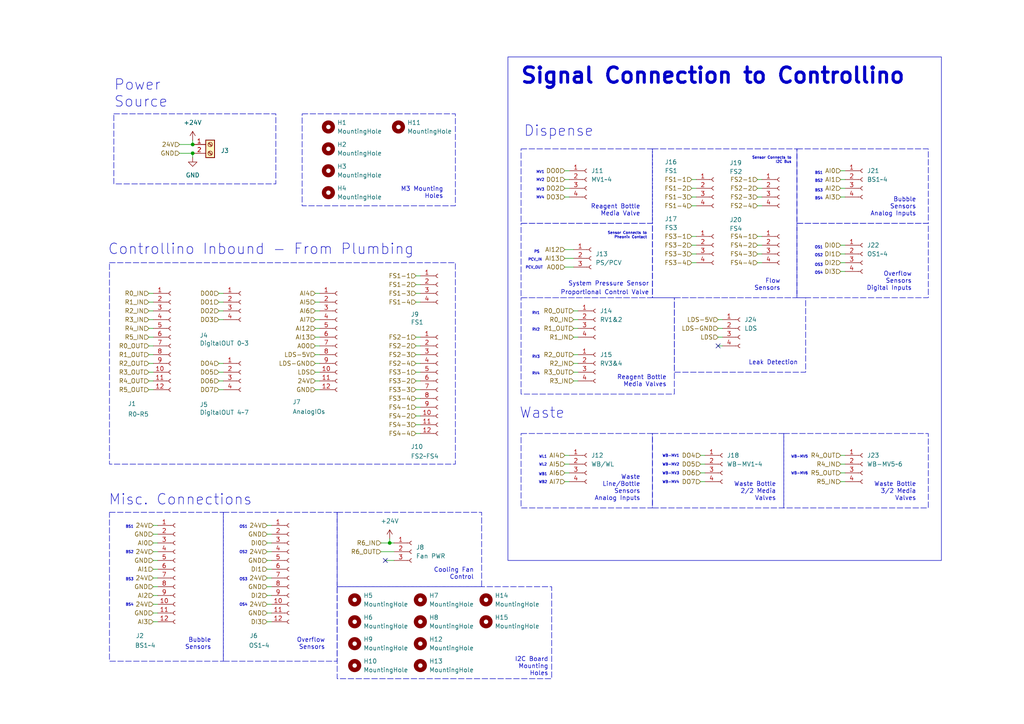
<source format=kicad_sch>
(kicad_sch (version 20250114) (generator "eeschema") (generator_version "9.0")
  (paper "A4")
  (lib_symbols
    (symbol "Connector:Conn_01x03_Socket" (pin_names (offset 1.016) (hide yes))
      (property "Reference" "J" (at 0 5.08 0))
      (property "Value" "Conn_01x03_Socket" (at 0 -5.08 0))
      (symbol "Conn_01x03_Socket_1_1"
        (polyline (pts (xy -1.27 2.54) (xy -0.508 2.54)) (stroke (width 0.1524)))
        (polyline (pts (xy -1.27 0) (xy -0.508 0)) (stroke (width 0.1524)))
        (polyline (pts (xy -1.27 -2.54) (xy -0.508 -2.54)) (stroke (width 0.1524)))
        (arc (start 0 2.032) (mid -0.5058 2.54) (end 0 3.048) (stroke (width 0.1524)))
        (arc (start 0 -0.508) (mid -0.5058 0) (end 0 0.508) (stroke (width 0.1524)))
        (arc (start 0 -3.048) (mid -0.5058 -2.54) (end 0 -2.032) (stroke (width 0.1524)))
        (pin passive line (at -5.08 2.54 0) (length 3.81) (name "Pin_1") (number "1"))
        (pin passive line (at -5.08 0 0) (length 3.81) (name "Pin_2") (number "2"))
        (pin passive line (at -5.08 -2.54 0) (length 3.81) (name "Pin_3") (number "3"))
      )
    )
    (symbol "Connector:Conn_01x04_Socket" (pin_names (offset 1.016) (hide yes))
      (property "Reference" "J" (at 0 5.08 0))
      (property "Value" "Conn_01x04_Socket" (at 0 -7.62 0))
      (symbol "Conn_01x04_Socket_1_1"
        (polyline (pts (xy -1.27 2.54) (xy -0.508 2.54)) (stroke (width 0.1524)))
        (polyline (pts (xy -1.27 0) (xy -0.508 0)) (stroke (width 0.1524)))
        (polyline (pts (xy -1.27 -2.54) (xy -0.508 -2.54)) (stroke (width 0.1524)))
        (polyline (pts (xy -1.27 -5.08) (xy -0.508 -5.08)) (stroke (width 0.1524)))
        (arc (start 0 2.032) (mid -0.5058 2.54) (end 0 3.048) (stroke (width 0.1524)))
        (arc (start 0 -0.508) (mid -0.5058 0) (end 0 0.508) (stroke (width 0.1524)))
        (arc (start 0 -3.048) (mid -0.5058 -2.54) (end 0 -2.032) (stroke (width 0.1524)))
        (arc (start 0 -5.588) (mid -0.5058 -5.08) (end 0 -4.572) (stroke (width 0.1524)))
        (pin passive line (at -5.08 2.54 0) (length 3.81) (name "Pin_1") (number "1"))
        (pin passive line (at -5.08 0 0) (length 3.81) (name "Pin_2") (number "2"))
        (pin passive line (at -5.08 -2.54 0) (length 3.81) (name "Pin_3") (number "3"))
        (pin passive line (at -5.08 -5.08 0) (length 3.81) (name "Pin_4") (number "4"))
      )
    )
    (symbol "Connector:Conn_01x12_Socket" (pin_names (offset 1.016) (hide yes))
      (property "Reference" "J" (at 0 15.24 0))
      (property "Value" "Conn_01x12_Socket" (at 0 -17.78 0))
      (symbol "Conn_01x12_Socket_1_1"
        (polyline (pts (xy -1.27 12.7) (xy -0.508 12.7)) (stroke (width 0.1524)))
        (polyline (pts (xy -1.27 10.16) (xy -0.508 10.16)) (stroke (width 0.1524)))
        (polyline (pts (xy -1.27 7.62) (xy -0.508 7.62)) (stroke (width 0.1524)))
        (polyline (pts (xy -1.27 5.08) (xy -0.508 5.08)) (stroke (width 0.1524)))
        (polyline (pts (xy -1.27 2.54) (xy -0.508 2.54)) (stroke (width 0.1524)))
        (polyline (pts (xy -1.27 0) (xy -0.508 0)) (stroke (width 0.1524)))
        (polyline (pts (xy -1.27 -2.54) (xy -0.508 -2.54)) (stroke (width 0.1524)))
        (polyline (pts (xy -1.27 -5.08) (xy -0.508 -5.08)) (stroke (width 0.1524)))
        (polyline (pts (xy -1.27 -7.62) (xy -0.508 -7.62)) (stroke (width 0.1524)))
        (polyline (pts (xy -1.27 -10.16) (xy -0.508 -10.16)) (stroke (width 0.1524)))
        (polyline (pts (xy -1.27 -12.7) (xy -0.508 -12.7)) (stroke (width 0.1524)))
        (polyline (pts (xy -1.27 -15.24) (xy -0.508 -15.24)) (stroke (width 0.1524)))
        (arc (start 0 12.192) (mid -0.5058 12.7) (end 0 13.208) (stroke (width 0.1524)))
        (arc (start 0 9.652) (mid -0.5058 10.16) (end 0 10.668) (stroke (width 0.1524)))
        (arc (start 0 7.112) (mid -0.5058 7.62) (end 0 8.128) (stroke (width 0.1524)))
        (arc (start 0 4.572) (mid -0.5058 5.08) (end 0 5.588) (stroke (width 0.1524)))
        (arc (start 0 2.032) (mid -0.5058 2.54) (end 0 3.048) (stroke (width 0.1524)))
        (arc (start 0 -0.508) (mid -0.5058 0) (end 0 0.508) (stroke (width 0.1524)))
        (arc (start 0 -3.048) (mid -0.5058 -2.54) (end 0 -2.032) (stroke (width 0.1524)))
        (arc (start 0 -5.588) (mid -0.5058 -5.08) (end 0 -4.572) (stroke (width 0.1524)))
        (arc (start 0 -8.128) (mid -0.5058 -7.62) (end 0 -7.112) (stroke (width 0.1524)))
        (arc (start 0 -10.668) (mid -0.5058 -10.16) (end 0 -9.652) (stroke (width 0.1524)))
        (arc (start 0 -13.208) (mid -0.5058 -12.7) (end 0 -12.192) (stroke (width 0.1524)))
        (arc (start 0 -15.748) (mid -0.5058 -15.24) (end 0 -14.732) (stroke (width 0.1524)))
        (pin passive line (at -5.08 12.7 0) (length 3.81) (name "Pin_1") (number "1"))
        (pin passive line (at -5.08 10.16 0) (length 3.81) (name "Pin_2") (number "2"))
        (pin passive line (at -5.08 7.62 0) (length 3.81) (name "Pin_3") (number "3"))
        (pin passive line (at -5.08 5.08 0) (length 3.81) (name "Pin_4") (number "4"))
        (pin passive line (at -5.08 2.54 0) (length 3.81) (name "Pin_5") (number "5"))
        (pin passive line (at -5.08 0 0) (length 3.81) (name "Pin_6") (number "6"))
        (pin passive line (at -5.08 -2.54 0) (length 3.81) (name "Pin_7") (number "7"))
        (pin passive line (at -5.08 -5.08 0) (length 3.81) (name "Pin_8") (number "8"))
        (pin passive line (at -5.08 -7.62 0) (length 3.81) (name "Pin_9") (number "9"))
        (pin passive line (at -5.08 -10.16 0) (length 3.81) (name "Pin_10") (number "10"))
        (pin passive line (at -5.08 -12.7 0) (length 3.81) (name "Pin_11") (number "11"))
        (pin passive line (at -5.08 -15.24 0) (length 3.81) (name "Pin_12") (number "12"))
      )
    )
    (symbol "Connector:Screw_Terminal_01x02" (pin_names (offset 1.016) (hide yes))
      (property "Reference" "J" (at 0 2.54 0))
      (property "Value" "Screw_Terminal_01x02" (at 0 -5.08 0))
      (symbol "Screw_Terminal_01x02_1_1"
        (rectangle (start -1.27 1.27) (end 1.27 -3.81) (stroke (width 0.254)) (fill (type background)))
        (polyline (pts (xy -0.5334 0.3302) (xy 0.3302 -0.508)) (stroke (width 0.1524)))
        (polyline (pts (xy -0.5334 -2.2098) (xy 0.3302 -3.048)) (stroke (width 0.1524)))
        (polyline (pts (xy -0.3556 0.508) (xy 0.508 -0.3302)) (stroke (width 0.1524)))
        (polyline (pts (xy -0.3556 -2.032) (xy 0.508 -2.8702)) (stroke (width 0.1524)))
        (circle (center 0 0) (radius 0.635) (stroke (width 0.1524)))
        (circle (center 0 -2.54) (radius 0.635) (stroke (width 0.1524)))
        (pin passive line (at -5.08 0 0) (length 3.81) (name "Pin_1") (number "1"))
        (pin passive line (at -5.08 -2.54 0) (length 3.81) (name "Pin_2") (number "2"))
      )
    )
    (symbol "Mechanical:MountingHole" (pin_names (offset 1.016)) (in_bom no)
      (property "Reference" "H" (at 0 5.08 0))
      (property "Value" "MountingHole" (at 0 3.175 0))
      (symbol "MountingHole_0_1"
        (circle (center 0 0) (radius 1.27) (stroke (width 1.27)))
      )
    )
    (symbol "power:+24V" (power) (pin_numbers (hide yes)) (pin_names (offset 0) (hide yes))
      (property "Value" "+24V" (at 0 3.556 0))
      (symbol "+24V_0_1"
        (polyline (pts (xy -0.762 1.27) (xy 0 2.54)))
        (polyline (pts (xy 0 2.54) (xy 0.762 1.27)))
        (polyline (pts (xy 0 0) (xy 0 2.54)))
      )
      (symbol "+24V_1_1"
        (pin power_in line (at 0 0 90) (length 0) (name "~") (number "1"))
      )
    )
    (symbol "power:GND" (power) (pin_numbers (hide yes)) (pin_names (offset 0) (hide yes))
      (property "Value" "GND" (at 0 -3.81 0))
      (symbol "GND_0_1"
        (polyline (pts (xy 0 0) (xy 0 -1.27) (xy 1.27 -1.27) (xy 0 -2.54) (xy -1.27 -1.27) (xy 0 -1.27)))
      )
      (symbol "GND_1_1"
        (pin power_in line (at 0 0 270) (length 0) (name "~") (number "1"))
      )
    )
  )
  (rectangle (start 151.13 43.18) (end 189.23 64.77) (stroke (width 0) (type dash)))
  (rectangle (start 147.32 16.51) (end 273.05 162.56))
  (rectangle (start 151.13 125.73) (end 189.23 147.32) (stroke (width 0) (type dash)))
  (rectangle (start 31.75 76.2) (end 132.08 134.62) (stroke (width 0) (type dash)))
  (rectangle (start 151.13 64.77) (end 189.23 86.36) (stroke (width 0) (type dash)))
  (rectangle (start 189.23 125.73) (end 227.33 147.32) (stroke (width 0) (type dash)))
  (rectangle (start 195.58 86.36) (end 233.68 107.95) (stroke (width 0) (type dash)))
  (rectangle (start 97.79 170.18) (end 160.02 196.85) (stroke (width 0) (type dash)))
  (rectangle (start 97.79 148.59) (end 139.7 170.18) (stroke (width 0) (type dash)))
  (rectangle (start 31.75 148.59) (end 64.77 191.77) (stroke (width 0) (type dash)))
  (rectangle (start 87.63 33.02) (end 132.08 59.69) (stroke (width 0) (type dash)))
  (rectangle (start 231.14 43.18) (end 269.24 64.77) (stroke (width 0) (type dash)))
  (rectangle (start 231.14 64.77) (end 269.24 86.36) (stroke (width 0) (type dash)))
  (rectangle (start 189.23 43.18) (end 231.14 86.36) (stroke (width 0) (type dash)))
  (rectangle (start 151.13 86.36) (end 195.58 114.3) (stroke (width 0) (type dash)))
  (rectangle (start 64.77 148.59) (end 97.79 191.77) (stroke (width 0) (type dash)))
  (rectangle (start 227.33 125.73) (end 269.24 147.32) (stroke (width 0) (type dash)))
  (rectangle (start 33.02 33.02) (end 80.01 53.34) (stroke (width 0) (type dash)))
  (text "PCV_OUT" (at 154.94 77.724 0) (effects (font (size 0.762 0.762))))
  (text "Dispense" (at 162.052 38.1 0) (effects (font (size 3.048 3.048))))
  (text "WB-MV5" (at 231.902 132.588 0) (effects (font (size 0.762 0.762))))
  (text "Waste" (at 157.226 119.888 0) (effects (font (size 3.048 3.048))))
  (text "WB-MV6" (at 231.902 137.414 0) (effects (font (size 0.762 0.762))))
  (text "BS3" (at 37.592 168.148 0) (effects (font (size 0.762 0.762))))
  (text "BS3" (at 237.49 55.372 0) (effects (font (size 0.762 0.762))))
  (text "OS2" (at 70.612 160.274 0) (effects (font (size 0.762 0.762))))
  (text "Sensor Connects to\nPheonix Contact" (at 187.706 68.326 0) (effects (font (size 0.762 0.762)) (justify right)))
  (text "RV3" (at 155.448 103.632 0) (effects (font (size 0.762 0.762))))
  (text "WB1" (at 157.48 137.668 0) (effects (font (size 0.762 0.762))))
  (text "Misc. Connections" (at 52.324 145.034 0) (effects (font (size 3.048 3.048))))
  (text "WB-MV3" (at 194.564 137.414 0) (effects (font (size 0.762 0.762))))
  (text "Controllino Inbound - From Plumbing\n" (at 75.692 72.39 0) (effects (font (size 3.048 3.048))))
  (text "WL1" (at 157.48 132.588 0) (effects (font (size 0.762 0.762))))
  (text "RV4" (at 155.448 108.458 0) (effects (font (size 0.762 0.762))))
  (text "PCV_IN" (at 155.194 75.438 0) (effects (font (size 0.762 0.762))))
  (text "OS3" (at 237.49 76.962 0) (effects (font (size 0.762 0.762))))
  (text "OS1" (at 237.49 71.882 0) (effects (font (size 0.762 0.762))))
  (text "BS4" (at 37.592 175.514 0) (effects (font (size 0.762 0.762))))
  (text "MV1" (at 156.718 50.038 0) (effects (font (size 0.762 0.762))))
  (text "MV2" (at 156.718 52.324 0) (effects (font (size 0.762 0.762))))
  (text "WB-MV1" (at 194.564 132.334 0) (effects (font (size 0.762 0.762))))
  (text "BS4" (at 237.49 57.658 0) (effects (font (size 0.762 0.762))))
  (text "BS1" (at 37.592 152.908 0) (effects (font (size 0.762 0.762))))
  (text "MV4" (at 156.718 57.404 0) (effects (font (size 0.762 0.762))))
  (text "BS2" (at 37.592 160.274 0) (effects (font (size 0.762 0.762))))
  (text "WB-MV4" (at 194.564 139.954 0) (effects (font (size 0.762 0.762))))
  (text "RV2" (at 155.448 95.758 0) (effects (font (size 0.762 0.762))))
  (text "BS1" (at 237.49 50.292 0) (effects (font (size 0.762 0.762))))
  (text "OS3" (at 70.612 168.148 0) (effects (font (size 0.762 0.762))))
  (text "Power\nSource" (at 33.02 27.178 0) (effects (font (size 3.048 3.048)) (justify left)))
  (text "WB2" (at 157.48 139.954 0) (effects (font (size 0.762 0.762))))
  (text "MV3" (at 156.718 55.118 0) (effects (font (size 0.762 0.762))))
  (text "OS4" (at 237.49 79.248 0) (effects (font (size 0.762 0.762))))
  (text "OS1" (at 70.612 152.908 0) (effects (font (size 0.762 0.762))))
  (text "WB-MV2" (at 194.564 134.874 0) (effects (font (size 0.762 0.762))))
  (text "Signal Connection to Controllino" (at 206.756 22.098 0) (effects (font (size 4.445 4.445) (thickness 0.889) (bold yes))))
  (text "OS4" (at 70.612 175.514 0) (effects (font (size 0.762 0.762))))
  (text "PS" (at 155.702 73.152 0) (effects (font (size 0.762 0.762))))
  (text "OS2" (at 237.49 74.168 0) (effects (font (size 0.762 0.762))))
  (text "WL2" (at 157.48 134.874 0) (effects (font (size 0.762 0.762))))
  (text "RV1" (at 155.448 90.932 0) (effects (font (size 0.762 0.762))))
  (text "BS2" (at 237.49 52.578 0) (effects (font (size 0.762 0.762))))
  (text "Sensor Connects to\nI2C Bus" (at 229.616 46.482 0) (effects (font (size 0.762 0.762)) (justify right)))
  (text_box "M3 Mounting Holes" (at 113.03 50.8 0) (size 16.51 7.62) (margins 0.9525 0.9525 0.9525 0.9525) (stroke (width -0.0001)) (effects (font (size 1.27 1.27)) (justify right bottom)))
  (text_box "Waste Bottle\n2/2 Media Valves" (at 209.55 138.43 0) (size 16.51 7.62) (margins 0.9525 0.9525 0.9525 0.9525) (stroke (width -0.0001)) (effects (font (size 1.27 1.27)) (justify right bottom)))
  (text_box "Overflow Sensors" (at 78.74 181.61 0) (size 16.51 7.62) (margins 0.9525 0.9525 0.9525 0.9525) (stroke (width -0.0001)) (effects (font (size 1.27 1.27)) (justify right bottom)))
  (text_box "Flow\nSensors" (at 210.82 77.47 0) (size 16.51 7.62) (margins 0.9525 0.9525 0.9525 0.9525) (stroke (width -0.0001)) (effects (font (size 1.27 1.27)) (justify right bottom)))
  (text_box "Cooling Fan Control" (at 121.92 163.83 0) (size 16.51 5.08) (margins 0.9525 0.9525 0.9525 0.9525) (stroke (width -0.0001)) (effects (font (size 1.27 1.27)) (justify right bottom)))
  (text_box "Bubble\nSensors\nAnalog Inputs" (at 250.19 55.88 0) (size 16.51 7.62) (margins 0.9525 0.9525 0.9525 0.9525) (stroke (width -0.0001)) (effects (font (size 1.27 1.27)) (justify right bottom)))
  (text_box "Bubble\nSensors" (at 45.72 181.61 0) (size 16.51 7.62) (margins 0.9525 0.9525 0.9525 0.9525) (stroke (width -0.0001)) (effects (font (size 1.27 1.27)) (justify right bottom)))
  (text_box "Waste Line/Bottle Sensors Analog Inputs" (at 170.18 138.43 0) (size 16.51 7.62) (margins 0.9525 0.9525 0.9525 0.9525) (stroke (width -0.0001)) (effects (font (size 1.27 1.27)) (justify right bottom)))
  (text_box "Waste Bottle\n3/2 Media Valves" (at 250.19 138.43 0) (size 16.51 7.62) (margins 0.9525 0.9525 0.9525 0.9525) (stroke (width -0.0001)) (effects (font (size 1.27 1.27)) (justify right bottom)))
  (text_box "Proportional Control Valve" (at 156.21 81.28 0) (size 33.02 5.08) (margins 0.9525 0.9525 0.9525 0.9525) (stroke (width -0.0001)) (effects (font (size 1.27 1.27)) (justify right bottom)))
  (text_box "Overflow\nSensors\nDigital Inputs" (at 248.92 77.47 0) (size 16.51 7.62) (margins 0.9525 0.9525 0.9525 0.9525) (stroke (width -0.0001)) (effects (font (size 1.27 1.27)) (justify right bottom)))
  (text_box "I2C Board Mounting Holes" (at 143.51 189.23 0) (size 16.51 7.62) (margins 0.9525 0.9525 0.9525 0.9525) (stroke (width -0.0001)) (effects (font (size 1.27 1.27)) (justify right bottom)))
  (text_box "System Pressure Sensor" (at 156.21 78.74 0) (size 33.02 5.08) (margins 0.9525 0.9525 0.9525 0.9525) (stroke (width -0.0001)) (effects (font (size 1.27 1.27)) (justify right bottom)))
  (text_box "Reagent Bottle\nMedia Valve" (at 168.91 57.15 0) (size 17.78 6.35) (margins 0.9525 0.9525 0.9525 0.9525) (stroke (width -0.0001)) (effects (font (size 1.27 1.27)) (justify right bottom)))
  (text_box "Leak Detection" (at 215.9 99.06 0) (size 16.51 7.62) (margins 0.9525 0.9525 0.9525 0.9525) (stroke (width -0.0001)) (effects (font (size 1.27 1.27)) (justify right bottom)))
  (text_box "Reagent Bottle\nMedia Valves" (at 177.8 105.41 0) (size 16.51 7.62) (margins 0.9525 0.9525 0.9525 0.9525) (stroke (width -0.0001)) (effects (font (size 1.27 1.27)) (justify right bottom)))
  (junction (at 55.88 41.91))
  (junction (at 55.88 44.45))
  (junction (at 113.03 157.48))
  (no_connect (at 111.76 162.56))
  (no_connect (at 208.28 100.33))
  (wire (pts (xy 166.37 105.41) (xy 167.64 105.41)))
  (wire (pts (xy 91.44 105.41) (xy 92.71 105.41)))
  (wire (pts (xy 52.07 41.91) (xy 55.88 41.91)))
  (wire (pts (xy 44.45 180.34) (xy 45.72 180.34)))
  (wire (pts (xy 243.84 134.62) (xy 245.11 134.62)))
  (wire (pts (xy 200.66 52.07) (xy 201.93 52.07)))
  (wire (pts (xy 219.71 57.15) (xy 220.98 57.15)))
  (wire (pts (xy 120.65 85.09) (xy 121.92 85.09)))
  (wire (pts (xy 63.5 87.63) (xy 64.77 87.63)))
  (wire (pts (xy 44.45 167.64) (xy 45.72 167.64)))
  (wire (pts (xy 43.18 95.25) (xy 44.45 95.25)))
  (wire (pts (xy 63.5 105.41) (xy 64.77 105.41)))
  (wire (pts (xy 77.47 154.94) (xy 78.74 154.94)))
  (wire (pts (xy 203.2 139.7) (xy 204.47 139.7)))
  (wire (pts (xy 166.37 102.87) (xy 167.64 102.87)))
  (wire (pts (xy 91.44 90.17) (xy 92.71 90.17)))
  (wire (pts (xy 44.45 154.94) (xy 45.72 154.94)))
  (wire (pts (xy 44.45 152.4) (xy 45.72 152.4)))
  (wire (pts (xy 163.83 72.39) (xy 166.37 72.39)))
  (wire (pts (xy 166.37 107.95) (xy 167.64 107.95)))
  (wire (pts (xy 163.83 137.16) (xy 165.1 137.16)))
  (wire (pts (xy 208.28 92.71) (xy 209.55 92.71)))
  (wire (pts (xy 208.28 97.79) (xy 209.55 97.79)))
  (wire (pts (xy 113.03 156.21) (xy 113.03 157.48)))
  (wire (pts (xy 166.37 95.25) (xy 167.64 95.25)))
  (wire (pts (xy 91.44 110.49) (xy 92.71 110.49)))
  (wire (pts (xy 120.65 102.87) (xy 121.92 102.87)))
  (wire (pts (xy 200.66 76.2) (xy 201.93 76.2)))
  (wire (pts (xy 91.44 87.63) (xy 92.71 87.63)))
  (wire (pts (xy 219.71 59.69) (xy 220.98 59.69)))
  (wire (pts (xy 113.03 157.48) (xy 114.3 157.48)))
  (wire (pts (xy 55.88 40.64) (xy 55.88 41.91)))
  (wire (pts (xy 77.47 172.72) (xy 78.74 172.72)))
  (wire (pts (xy 110.49 160.02) (xy 114.3 160.02)))
  (wire (pts (xy 200.66 59.69) (xy 201.93 59.69)))
  (wire (pts (xy 219.71 54.61) (xy 220.98 54.61)))
  (wire (pts (xy 111.76 162.56) (xy 114.3 162.56)))
  (wire (pts (xy 120.65 105.41) (xy 121.92 105.41)))
  (wire (pts (xy 91.44 113.03) (xy 92.71 113.03)))
  (wire (pts (xy 77.47 167.64) (xy 78.74 167.64)))
  (wire (pts (xy 243.84 78.74) (xy 245.11 78.74)))
  (wire (pts (xy 243.84 54.61) (xy 245.11 54.61)))
  (wire (pts (xy 166.37 92.71) (xy 167.64 92.71)))
  (wire (pts (xy 43.18 85.09) (xy 44.45 85.09)))
  (wire (pts (xy 200.66 68.58) (xy 201.93 68.58)))
  (wire (pts (xy 166.37 97.79) (xy 167.64 97.79)))
  (wire (pts (xy 120.65 87.63) (xy 121.92 87.63)))
  (wire (pts (xy 219.71 73.66) (xy 220.98 73.66)))
  (wire (pts (xy 120.65 107.95) (xy 121.92 107.95)))
  (wire (pts (xy 166.37 90.17) (xy 167.64 90.17)))
  (wire (pts (xy 120.65 82.55) (xy 121.92 82.55)))
  (wire (pts (xy 77.47 162.56) (xy 78.74 162.56)))
  (wire (pts (xy 120.65 118.11) (xy 121.92 118.11)))
  (wire (pts (xy 243.84 71.12) (xy 245.11 71.12)))
  (wire (pts (xy 91.44 92.71) (xy 92.71 92.71)))
  (wire (pts (xy 163.83 57.15) (xy 165.1 57.15)))
  (wire (pts (xy 120.65 125.73) (xy 121.92 125.73)))
  (wire (pts (xy 163.83 139.7) (xy 165.1 139.7)))
  (wire (pts (xy 63.5 85.09) (xy 64.77 85.09)))
  (wire (pts (xy 44.45 162.56) (xy 45.72 162.56)))
  (wire (pts (xy 43.18 87.63) (xy 44.45 87.63)))
  (wire (pts (xy 44.45 175.26) (xy 45.72 175.26)))
  (wire (pts (xy 63.5 110.49) (xy 64.77 110.49)))
  (wire (pts (xy 43.18 105.41) (xy 44.45 105.41)))
  (wire (pts (xy 243.84 132.08) (xy 245.11 132.08)))
  (wire (pts (xy 120.65 100.33) (xy 121.92 100.33)))
  (wire (pts (xy 63.5 107.95) (xy 64.77 107.95)))
  (wire (pts (xy 43.18 102.87) (xy 44.45 102.87)))
  (wire (pts (xy 77.47 165.1) (xy 78.74 165.1)))
  (wire (pts (xy 77.47 152.4) (xy 78.74 152.4)))
  (wire (pts (xy 163.83 54.61) (xy 165.1 54.61)))
  (wire (pts (xy 77.47 170.18) (xy 78.74 170.18)))
  (wire (pts (xy 243.84 137.16) (xy 245.11 137.16)))
  (wire (pts (xy 243.84 52.07) (xy 245.11 52.07)))
  (wire (pts (xy 120.65 120.65) (xy 121.92 120.65)))
  (wire (pts (xy 91.44 102.87) (xy 92.71 102.87)))
  (wire (pts (xy 219.71 76.2) (xy 220.98 76.2)))
  (wire (pts (xy 200.66 57.15) (xy 201.93 57.15)))
  (wire (pts (xy 77.47 160.02) (xy 78.74 160.02)))
  (wire (pts (xy 120.65 113.03) (xy 121.92 113.03)))
  (wire (pts (xy 44.45 165.1) (xy 45.72 165.1)))
  (wire (pts (xy 166.37 110.49) (xy 167.64 110.49)))
  (wire (pts (xy 43.18 113.03) (xy 44.45 113.03)))
  (wire (pts (xy 63.5 90.17) (xy 64.77 90.17)))
  (wire (pts (xy 91.44 85.09) (xy 92.71 85.09)))
  (wire (pts (xy 52.07 44.45) (xy 55.88 44.45)))
  (wire (pts (xy 120.65 97.79) (xy 121.92 97.79)))
  (wire (pts (xy 77.47 177.8) (xy 78.74 177.8)))
  (wire (pts (xy 77.47 157.48) (xy 78.74 157.48)))
  (wire (pts (xy 44.45 177.8) (xy 45.72 177.8)))
  (wire (pts (xy 44.45 160.02) (xy 45.72 160.02)))
  (wire (pts (xy 203.2 137.16) (xy 204.47 137.16)))
  (wire (pts (xy 200.66 54.61) (xy 201.93 54.61)))
  (wire (pts (xy 91.44 97.79) (xy 92.71 97.79)))
  (wire (pts (xy 163.83 74.93) (xy 166.37 74.93)))
  (wire (pts (xy 200.66 71.12) (xy 201.93 71.12)))
  (wire (pts (xy 243.84 139.7) (xy 245.11 139.7)))
  (wire (pts (xy 243.84 49.53) (xy 245.11 49.53)))
  (wire (pts (xy 120.65 110.49) (xy 121.92 110.49)))
  (wire (pts (xy 163.83 134.62) (xy 165.1 134.62)))
  (wire (pts (xy 43.18 97.79) (xy 44.45 97.79)))
  (wire (pts (xy 77.47 180.34) (xy 78.74 180.34)))
  (wire (pts (xy 120.65 115.57) (xy 121.92 115.57)))
  (wire (pts (xy 200.66 73.66) (xy 201.93 73.66)))
  (wire (pts (xy 43.18 110.49) (xy 44.45 110.49)))
  (wire (pts (xy 43.18 92.71) (xy 44.45 92.71)))
  (wire (pts (xy 91.44 100.33) (xy 92.71 100.33)))
  (wire (pts (xy 219.71 71.12) (xy 220.98 71.12)))
  (wire (pts (xy 163.83 52.07) (xy 165.1 52.07)))
  (wire (pts (xy 77.47 175.26) (xy 78.74 175.26)))
  (wire (pts (xy 203.2 134.62) (xy 204.47 134.62)))
  (wire (pts (xy 243.84 73.66) (xy 245.11 73.66)))
  (wire (pts (xy 91.44 95.25) (xy 92.71 95.25)))
  (wire (pts (xy 208.28 95.25) (xy 209.55 95.25)))
  (wire (pts (xy 43.18 100.33) (xy 44.45 100.33)))
  (wire (pts (xy 120.65 123.19) (xy 121.92 123.19)))
  (wire (pts (xy 219.71 52.07) (xy 220.98 52.07)))
  (wire (pts (xy 43.18 90.17) (xy 44.45 90.17)))
  (wire (pts (xy 63.5 92.71) (xy 64.77 92.71)))
  (wire (pts (xy 203.2 132.08) (xy 204.47 132.08)))
  (wire (pts (xy 44.45 170.18) (xy 45.72 170.18)))
  (wire (pts (xy 91.44 107.95) (xy 92.71 107.95)))
  (wire (pts (xy 163.83 77.47) (xy 166.37 77.47)))
  (wire (pts (xy 55.88 44.45) (xy 55.88 45.72)))
  (wire (pts (xy 208.28 100.33) (xy 209.55 100.33)))
  (wire (pts (xy 163.83 132.08) (xy 165.1 132.08)))
  (wire (pts (xy 44.45 157.48) (xy 45.72 157.48)))
  (wire (pts (xy 44.45 172.72) (xy 45.72 172.72)))
  (wire (pts (xy 43.18 107.95) (xy 44.45 107.95)))
  (wire (pts (xy 243.84 76.2) (xy 245.11 76.2)))
  (wire (pts (xy 110.49 157.48) (xy 113.03 157.48)))
  (wire (pts (xy 219.71 68.58) (xy 220.98 68.58)))
  (wire (pts (xy 163.83 49.53) (xy 165.1 49.53)))
  (wire (pts (xy 63.5 113.03) (xy 64.77 113.03)))
  (wire (pts (xy 120.65 80.01) (xy 121.92 80.01)))
  (wire (pts (xy 243.84 57.15) (xy 245.11 57.15)))
  (hierarchical_label "AI12" (shape input) (at 163.83 72.39 180))
  (hierarchical_label "R5_IN" (shape input) (at 43.18 97.79 180))
  (hierarchical_label "AI5" (shape input) (at 163.83 134.62 180))
  (hierarchical_label "R3_OUT" (shape input) (at 43.18 107.95 180))
  (hierarchical_label "DI0" (shape input) (at 243.84 71.12 180))
  (hierarchical_label "AI13" (shape input) (at 91.44 97.79 180))
  (hierarchical_label "R1_IN" (shape input) (at 43.18 87.63 180))
  (hierarchical_label "AI12" (shape input) (at 91.44 95.25 180))
  (hierarchical_label "FS4-4" (shape input) (at 120.65 125.73 180))
  (hierarchical_label "AI13" (shape input) (at 163.83 74.93 180))
  (hierarchical_label "24V" (shape input) (at 77.47 175.26 180))
  (hierarchical_label "24V" (shape input) (at 91.44 110.49 180))
  (hierarchical_label "R3_IN" (shape input) (at 43.18 92.71 180))
  (hierarchical_label "GND" (shape input) (at 77.47 162.56 180))
  (hierarchical_label "R2_IN" (shape input) (at 43.18 90.17 180))
  (hierarchical_label "DI1" (shape input) (at 77.47 165.1 180))
  (hierarchical_label "DO4" (shape input) (at 203.2 132.08 180))
  (hierarchical_label "FS2-2" (shape input) (at 120.65 100.33 180))
  (hierarchical_label "R5_IN" (shape input) (at 243.84 139.7 180))
  (hierarchical_label "R0_IN" (shape input) (at 166.37 92.71 180))
  (hierarchical_label "DI1" (shape input) (at 243.84 73.66 180))
  (hierarchical_label "GND" (shape input) (at 77.47 154.94 180))
  (hierarchical_label "24V" (shape input) (at 44.45 175.26 180))
  (hierarchical_label "R4_OUT" (shape input) (at 43.18 110.49 180))
  (hierarchical_label "DO3" (shape input) (at 163.83 57.15 180))
  (hierarchical_label "FS2-3" (shape input) (at 120.65 102.87 180))
  (hierarchical_label "R2_IN" (shape input) (at 166.37 105.41 180))
  (hierarchical_label "DI3" (shape input) (at 77.47 180.34 180))
  (hierarchical_label "DI2" (shape input) (at 77.47 172.72 180))
  (hierarchical_label "AI0" (shape input) (at 243.84 49.53 180))
  (hierarchical_label "R1_OUT" (shape input) (at 43.18 102.87 180))
  (hierarchical_label "AI0" (shape input) (at 44.45 157.48 180))
  (hierarchical_label "DO1" (shape input) (at 163.83 52.07 180))
  (hierarchical_label "AI3" (shape input) (at 243.84 57.15 180))
  (hierarchical_label "R5_OUT" (shape input) (at 243.84 137.16 180))
  (hierarchical_label "R6_OUT" (shape input) (at 110.49 160.02 180))
  (hierarchical_label "R3_IN" (shape input) (at 166.37 110.49 180))
  (hierarchical_label "FS4-1" (shape input) (at 120.65 118.11 180))
  (hierarchical_label "LDS" (shape input) (at 208.28 97.79 180))
  (hierarchical_label "24V" (shape input) (at 77.47 167.64 180))
  (hierarchical_label "AI1" (shape input) (at 44.45 165.1 180))
  (hierarchical_label "LDS-5V" (shape input) (at 208.28 92.71 180))
  (hierarchical_label "AO0" (shape input) (at 163.83 77.47 180))
  (hierarchical_label "FS2-4" (shape input) (at 120.65 105.41 180))
  (hierarchical_label "R5_OUT" (shape input) (at 43.18 113.03 180))
  (hierarchical_label "FS3-3" (shape input) (at 120.65 113.03 180))
  (hierarchical_label "DO2" (shape input) (at 63.5 90.17 180))
  (hierarchical_label "FS1-3" (shape input) (at 120.65 85.09 180))
  (hierarchical_label "R4_IN" (shape input) (at 43.18 95.25 180))
  (hierarchical_label "AI6" (shape input) (at 163.83 137.16 180))
  (hierarchical_label "AI7" (shape input) (at 163.83 139.7 180))
  (hierarchical_label "R2_OUT" (shape input) (at 166.37 102.87 180))
  (hierarchical_label "R1_OUT" (shape input) (at 166.37 95.25 180))
  (hierarchical_label "FS3-1" (shape input) (at 200.66 68.58 180))
  (hierarchical_label "GND" (shape input) (at 91.44 113.03 180))
  (hierarchical_label "24V" (shape input) (at 44.45 152.4 180))
  (hierarchical_label "FS2-1" (shape input) (at 120.65 97.79 180))
  (hierarchical_label "DI0" (shape input) (at 77.47 157.48 180))
  (hierarchical_label "DO6" (shape input) (at 63.5 110.49 180))
  (hierarchical_label "DI2" (shape input) (at 243.84 76.2 180))
  (hierarchical_label "AI6" (shape input) (at 91.44 90.17 180))
  (hierarchical_label "R6_IN" (shape input) (at 110.49 157.48 180))
  (hierarchical_label "GND" (shape input) (at 77.47 177.8 180))
  (hierarchical_label "FS4-3" (shape input) (at 120.65 123.19 180))
  (hierarchical_label "AI5" (shape input) (at 91.44 87.63 180))
  (hierarchical_label "GND" (shape input) (at 52.07 44.45 180))
  (hierarchical_label "GND" (shape input) (at 44.45 177.8 180))
  (hierarchical_label "R2_OUT" (shape input) (at 43.18 105.41 180))
  (hierarchical_label "LDS" (shape input) (at 91.44 107.95 180))
  (hierarchical_label "FS4-2" (shape input) (at 120.65 120.65 180))
  (hierarchical_label "FS4-3" (shape input) (at 219.71 73.66 180))
  (hierarchical_label "FS2-2" (shape input) (at 219.71 54.61 180))
  (hierarchical_label "DO4" (shape input) (at 63.5 105.41 180))
  (hierarchical_label "FS3-3" (shape input) (at 200.66 73.66 180))
  (hierarchical_label "24V" (shape input) (at 44.45 167.64 180))
  (hierarchical_label "AI2" (shape input) (at 44.45 172.72 180))
  (hierarchical_label "DO2" (shape input) (at 163.83 54.61 180))
  (hierarchical_label "GND" (shape input) (at 44.45 154.94 180))
  (hierarchical_label "AI4" (shape input) (at 163.83 132.08 180))
  (hierarchical_label "AI4" (shape input) (at 91.44 85.09 180))
  (hierarchical_label "LDS-GND" (shape input) (at 208.28 95.25 180))
  (hierarchical_label "GND" (shape input) (at 44.45 170.18 180))
  (hierarchical_label "DO7" (shape input) (at 63.5 113.03 180))
  (hierarchical_label "R4_IN" (shape input) (at 243.84 134.62 180))
  (hierarchical_label "FS3-4" (shape input) (at 120.65 115.57 180))
  (hierarchical_label "AI7" (shape input) (at 91.44 92.71 180))
  (hierarchical_label "LDS-GND" (shape input) (at 91.44 105.41 180))
  (hierarchical_label "R1_IN" (shape input) (at 166.37 97.79 180))
  (hierarchical_label "FS4-2" (shape input) (at 219.71 71.12 180))
  (hierarchical_label "DO7" (shape input) (at 203.2 139.7 180))
  (hierarchical_label "GND" (shape input) (at 77.47 170.18 180))
  (hierarchical_label "FS1-2" (shape input) (at 120.65 82.55 180))
  (hierarchical_label "FS2-1" (shape input) (at 219.71 52.07 180))
  (hierarchical_label "FS1-3" (shape input) (at 200.66 57.15 180))
  (hierarchical_label "FS3-2" (shape input) (at 120.65 110.49 180))
  (hierarchical_label "DO3" (shape input) (at 63.5 92.71 180))
  (hierarchical_label "FS4-4" (shape input) (at 219.71 76.2 180))
  (hierarchical_label "GND" (shape input) (at 44.45 162.56 180))
  (hierarchical_label "FS1-1" (shape input) (at 200.66 52.07 180))
  (hierarchical_label "R0_OUT" (shape input) (at 43.18 100.33 180))
  (hierarchical_label "FS3-4" (shape input) (at 200.66 76.2 180))
  (hierarchical_label "FS2-4" (shape input) (at 219.71 59.69 180))
  (hierarchical_label "DI3" (shape input) (at 243.84 78.74 180))
  (hierarchical_label "DO5" (shape input) (at 63.5 107.95 180))
  (hierarchical_label "AI3" (shape input) (at 44.45 180.34 180))
  (hierarchical_label "24V" (shape input) (at 44.45 160.02 180))
  (hierarchical_label "FS1-4" (shape input) (at 120.65 87.63 180))
  (hierarchical_label "LDS-5V" (shape input) (at 91.44 102.87 180))
  (hierarchical_label "FS2-3" (shape input) (at 219.71 57.15 180))
  (hierarchical_label "R0_OUT" (shape input) (at 166.37 90.17 180))
  (hierarchical_label "AO0" (shape input) (at 91.44 100.33 180))
  (hierarchical_label "FS3-1" (shape input) (at 120.65 107.95 180))
  (hierarchical_label "FS3-2" (shape input) (at 200.66 71.12 180))
  (hierarchical_label "DO0" (shape input) (at 163.83 49.53 180))
  (hierarchical_label "FS1-2" (shape input) (at 200.66 54.61 180))
  (hierarchical_label "AI1" (shape input) (at 243.84 52.07 180))
  (hierarchical_label "FS1-4" (shape input) (at 200.66 59.69 180))
  (hierarchical_label "FS1-1" (shape input) (at 120.65 80.01 180))
  (hierarchical_label "24V" (shape input) (at 77.47 160.02 180))
  (hierarchical_label "24V" (shape input) (at 77.47 152.4 180))
  (hierarchical_label "DO6" (shape input) (at 203.2 137.16 180))
  (hierarchical_label "R0_IN" (shape input) (at 43.18 85.09 180))
  (hierarchical_label "DO1" (shape input) (at 63.5 87.63 180))
  (hierarchical_label "AI2" (shape input) (at 243.84 54.61 180))
  (hierarchical_label "24V" (shape input) (at 52.07 41.91 180))
  (hierarchical_label "FS4-1" (shape input) (at 219.71 68.58 180))
  (hierarchical_label "DO0" (shape input) (at 63.5 85.09 180))
  (hierarchical_label "R3_OUT" (shape input) (at 166.37 107.95 180))
  (hierarchical_label "R4_OUT" (shape input) (at 243.84 132.08 180))
  (hierarchical_label "DO5" (shape input) (at 203.2 134.62 180))
  (symbol (lib_id "Connector:Conn_01x12_Socket") (at 83.82 165.1 0) (unit 1)
    (property "Reference" "J6" (at 72.39 184.404 0) (effects (justify left)))
    (property "Value" "OS1~4" (at 72.136 187.198 0) (effects (justify left)))
    (property "Footprint" "PartsLibrary:CONN_37212-62M3-003PL_3MM" (effects (hide yes)))
    (property "Datasheet" "https://www.digikey.com/en/products/detail/3m/37212-62M3-003PL/1632992" (effects (hide yes)))
    (property "Description" "CONN RCPT 12POS 0.079 GOLD PCB" (effects (hide yes)))
    (property "MPN" "37212-62M3-003PL " (effects (hide yes)))
    (property "Manufacturer" "3M" (effects (hide yes)))
  )
  (symbol (lib_id "Mechanical:MountingHole") (at 102.87 180.34 0) (unit 1) (in_bom no)
    (property "Reference" "H6" (at 105.41 179.0699 0) (effects (justify left)))
    (property "Value" "MountingHole" (at 105.41 181.6099 0) (effects (justify left)))
    (property "Footprint" "MountingHole:MountingHole_2.5mm" (effects (hide yes)))
    (property "Description" "Mounting Hole without connection" (effects (hide yes)))
  )
  (symbol (lib_id "Mechanical:MountingHole") (at 95.25 49.53 0) (unit 1) (in_bom no)
    (property "Reference" "H3" (at 97.79 48.2599 0) (effects (justify left)))
    (property "Value" "MountingHole" (at 97.79 50.7999 0) (effects (justify left)))
    (property "Footprint" "MountingHole:MountingHole_3.2mm_M3" (effects (hide yes)))
    (property "Description" "Mounting Hole without connection" (effects (hide yes)))
  )
  (symbol (lib_id "Mechanical:MountingHole") (at 115.57 36.83 0) (unit 1) (in_bom no)
    (property "Reference" "H11" (at 118.11 35.5599 0) (effects (justify left)))
    (property "Value" "MountingHole" (at 118.11 38.0999 0) (effects (justify left)))
    (property "Footprint" "MountingHole:MountingHole_3.2mm_M3" (effects (hide yes)))
    (property "Description" "Mounting Hole without connection" (effects (hide yes)))
  )
  (symbol (lib_id "power:GND") (at 55.88 45.72 0) (unit 1)
    (property "Reference" "#PWR02" (effects (hide yes)))
    (property "Value" "GND" (at 55.88 50.8 0))
    (property "Description" "Power symbol creates a global label with name \"GND\" , ground" (effects (hide yes)))
  )
  (symbol (lib_id "Connector:Conn_01x04_Socket") (at 214.63 95.25 0) (unit 1)
    (property "Reference" "J24" (at 215.9 92.71 0) (effects (justify left)))
    (property "Value" "LDS" (at 215.9 95.25 0) (effects (justify left)))
    (property "Footprint" "PartsLibrary:CONN_37204-62A3-004PL_3MM" (effects (hide yes)))
    (property "Datasheet" "https://www.digikey.com/en/products/detail/3m/37204-62A3-004PL/1642670?gad_source=1&gad_campaignid=120565755&gbraid=0AAAAADrbLlgST8MM7teC1_XRzEHPwC9TK&gclid=CjwKCAjwgb_CBhBMEiwA0p3oONiHu6nwJTm_ZwqulepAmgPW2KMjOTu2fKjs93rH9sOuJqpPoBx-0hoCrs0QAvD_BwE&gclsrc=aw.ds" (effects (hide yes)))
    (property "Description" "CONN RCPT 4POS 0.079 GOLD PCB" (effects (hide yes)))
    (property "MPN" "37204-62A3-004PL" (effects (hide yes)))
    (property "Manufacturer" "3M" (effects (hide yes)))
  )
  (symbol (lib_id "power:+24V") (at 113.03 156.21 0) (unit 1)
    (property "Reference" "#PWR03" (effects (hide yes)))
    (property "Value" "+24V" (at 113.03 151.13 0))
    (property "Description" "Power symbol creates a global label with name \"+24V\"" (effects (hide yes)))
  )
  (symbol (lib_id "Connector:Conn_01x04_Socket") (at 250.19 73.66 0) (unit 1)
    (property "Reference" "J22" (at 251.46 71.12 0) (effects (justify left)))
    (property "Value" "OS1~4" (at 251.46 73.66 0) (effects (justify left)))
    (property "Footprint" "PartsLibrary:CONN_37204-62A3-004PL_3MM" (effects (hide yes)))
    (property "Datasheet" "https://www.digikey.com/en/products/detail/3m/37204-62A3-004PL/1642670?gad_source=1&gad_campaignid=120565755&gbraid=0AAAAADrbLlgST8MM7teC1_XRzEHPwC9TK&gclid=CjwKCAjwgb_CBhBMEiwA0p3oONiHu6nwJTm_ZwqulepAmgPW2KMjOTu2fKjs93rH9sOuJqpPoBx-0hoCrs0QAvD_BwE&gclsrc=aw.ds" (effects (hide yes)))
    (property "Description" "CONN RCPT 4POS 0.079 GOLD PCB" (effects (hide yes)))
    (property "MPN" "37204-62A3-004PL" (effects (hide yes)))
    (property "Manufacturer" "3M" (effects (hide yes)))
  )
  (symbol (lib_id "Mechanical:MountingHole") (at 95.25 55.88 0) (unit 1) (in_bom no)
    (property "Reference" "H4" (at 97.79 54.6099 0) (effects (justify left)))
    (property "Value" "MountingHole" (at 97.79 57.1499 0) (effects (justify left)))
    (property "Footprint" "MountingHole:MountingHole_3.2mm_M3" (effects (hide yes)))
    (property "Description" "Mounting Hole without connection" (effects (hide yes)))
  )
  (symbol (lib_id "Mechanical:MountingHole") (at 95.25 36.83 0) (unit 1) (in_bom no)
    (property "Reference" "H1" (at 97.79 35.5599 0) (effects (justify left)))
    (property "Value" "MountingHole" (at 97.79 38.0999 0) (effects (justify left)))
    (property "Footprint" "MountingHole:MountingHole_3.2mm_M3" (effects (hide yes)))
    (property "Description" "Mounting Hole without connection" (effects (hide yes)))
  )
  (symbol (lib_id "Connector:Conn_01x12_Socket") (at 50.8 165.1 0) (unit 1)
    (property "Reference" "J2" (at 39.37 184.404 0) (effects (justify left)))
    (property "Value" "BS1~4" (at 39.116 187.198 0) (effects (justify left)))
    (property "Footprint" "PartsLibrary:CONN_37212-62M3-003PL_3MM" (effects (hide yes)))
    (property "Datasheet" "https://www.digikey.com/en/products/detail/3m/37212-62M3-003PL/1632992" (effects (hide yes)))
    (property "Description" "CONN RCPT 12POS 0.079 GOLD PCB" (effects (hide yes)))
    (property "MPN" "37212-62M3-003PL " (effects (hide yes)))
    (property "Manufacturer" "3M" (effects (hide yes)))
  )
  (symbol (lib_id "Mechanical:MountingHole") (at 121.92 193.04 0) (unit 1) (in_bom no)
    (property "Reference" "H13" (at 124.46 191.7699 0) (effects (justify left)))
    (property "Value" "MountingHole" (at 124.46 194.3099 0) (effects (justify left)))
    (property "Footprint" "MountingHole:MountingHole_2.5mm" (effects (hide yes)))
    (property "Description" "Mounting Hole without connection" (effects (hide yes)))
  )
  (symbol (lib_id "Mechanical:MountingHole") (at 95.25 43.18 0) (unit 1) (in_bom no)
    (property "Reference" "H2" (at 97.79 41.9099 0) (effects (justify left)))
    (property "Value" "MountingHole" (at 97.79 44.4499 0) (effects (justify left)))
    (property "Footprint" "MountingHole:MountingHole_3.2mm_M3" (effects (hide yes)))
    (property "Description" "Mounting Hole without connection" (effects (hide yes)))
  )
  (symbol (lib_id "Connector:Conn_01x04_Socket") (at 170.18 134.62 0) (unit 1)
    (property "Reference" "J12" (at 171.45 132.08 0) (effects (justify left)))
    (property "Value" "WB/WL" (at 171.45 134.62 0) (effects (justify left)))
    (property "Footprint" "PartsLibrary:CONN_37204-62A3-004PL_3MM" (effects (hide yes)))
    (property "Datasheet" "https://www.digikey.com/en/products/detail/3m/37204-62A3-004PL/1642670?gad_source=1&gad_campaignid=120565755&gbraid=0AAAAADrbLlgST8MM7teC1_XRzEHPwC9TK&gclid=CjwKCAjwgb_CBhBMEiwA0p3oONiHu6nwJTm_ZwqulepAmgPW2KMjOTu2fKjs93rH9sOuJqpPoBx-0hoCrs0QAvD_BwE&gclsrc=aw.ds" (effects (hide yes)))
    (property "Description" "CONN RCPT 4POS 0.079 GOLD PCB" (effects (hide yes)))
    (property "MPN" "37204-62A3-004PL" (effects (hide yes)))
    (property "Manufacturer" "3M" (effects (hide yes)))
  )
  (symbol (lib_id "Connector:Conn_01x04_Socket") (at 226.06 71.12 0) (unit 1) (on_board no)
    (property "Reference" "J20" (at 211.582 63.754 0) (effects (justify left)))
    (property "Value" "FS4" (at 211.582 66.294 0) (effects (justify left)))
    (property "Footprint" "PartsLibrary:CONN_37204-62A3-004PL_3MM" (effects (hide yes)))
    (property "Datasheet" "https://www.digikey.com/en/products/detail/3m/37204-62A3-004PL/1642670?gad_source=1&gad_campaignid=120565755&gbraid=0AAAAADrbLlgST8MM7teC1_XRzEHPwC9TK&gclid=CjwKCAjwgb_CBhBMEiwA0p3oONiHu6nwJTm_ZwqulepAmgPW2KMjOTu2fKjs93rH9sOuJqpPoBx-0hoCrs0QAvD_BwE&gclsrc=aw.ds" (effects (hide yes)))
    (property "Description" "CONN RCPT 4POS 0.079 GOLD PCB" (effects (hide yes)))
    (property "MPN" "37204-62A3-004PL" (effects (hide yes)))
    (property "Manufacturer" "3M" (effects (hide yes)))
  )
  (symbol (lib_id "Mechanical:MountingHole") (at 121.92 173.99 0) (unit 1) (in_bom no)
    (property "Reference" "H7" (at 124.46 172.7199 0) (effects (justify left)))
    (property "Value" "MountingHole" (at 124.46 175.26 0) (effects (justify left)))
    (property "Footprint" "MountingHole:MountingHole_2.5mm" (effects (hide yes)))
    (property "Description" "Mounting Hole without connection" (effects (hide yes)))
  )
  (symbol (lib_id "Mechanical:MountingHole") (at 102.87 186.69 0) (unit 1) (in_bom no)
    (property "Reference" "H9" (at 105.41 185.4199 0) (effects (justify left)))
    (property "Value" "MountingHole" (at 105.41 187.9599 0) (effects (justify left)))
    (property "Footprint" "MountingHole:MountingHole_2.5mm" (effects (hide yes)))
    (property "Description" "Mounting Hole without connection" (effects (hide yes)))
  )
  (symbol (lib_id "Connector:Conn_01x04_Socket") (at 127 82.55 0) (unit 1)
    (property "Reference" "J9" (at 119.126 91.186 0) (effects (justify left)))
    (property "Value" "FS1" (at 119.126 93.472 0) (effects (justify left)))
    (property "Footprint" "PartsLibrary:CONN_37204-62A3-004PL_3MM" (effects (hide yes)))
    (property "Datasheet" "https://www.digikey.com/en/products/detail/3m/37204-62A3-004PL/1642670?gad_source=1&gad_campaignid=120565755&gbraid=0AAAAADrbLlgST8MM7teC1_XRzEHPwC9TK&gclid=CjwKCAjwgb_CBhBMEiwA0p3oONiHu6nwJTm_ZwqulepAmgPW2KMjOTu2fKjs93rH9sOuJqpPoBx-0hoCrs0QAvD_BwE&gclsrc=aw.ds" (effects (hide yes)))
    (property "Description" "CONN RCPT 4POS 0.079 GOLD PCB" (effects (hide yes)))
    (property "MPN" "37204-62A3-004PL" (effects (hide yes)))
    (property "Manufacturer" "3M" (effects (hide yes)))
  )
  (symbol (lib_id "Connector:Conn_01x12_Socket") (at 127 110.49 0) (unit 1)
    (property "Reference" "J10" (at 119.126 129.54 0) (effects (justify left)))
    (property "Value" "FS2~FS4" (at 119.126 132.334 0) (effects (justify left)))
    (property "Footprint" "PartsLibrary:CONN_37212-62M3-003PL_3MM" (effects (hide yes)))
    (property "Datasheet" "https://www.digikey.com/en/products/detail/3m/37212-62M3-003PL/1632992" (effects (hide yes)))
    (property "Description" "CONN RCPT 12POS 0.079 GOLD PCB" (effects (hide yes)))
    (property "MPN" "37212-62M3-003PL " (effects (hide yes)))
    (property "Manufacturer" "3M" (effects (hide yes)))
  )
  (symbol (lib_id "Connector:Conn_01x03_Socket") (at 119.38 160.02 0) (unit 1)
    (property "Reference" "J8" (at 120.65 158.7499 0) (effects (justify left)))
    (property "Value" "Fan PWR" (at 120.65 161.2899 0) (effects (justify left)))
    (property "Footprint" "PartsLibrary:CONN_37203-62A3-003PL_3MM" (effects (hide yes)))
    (property "Datasheet" "https://www.digikey.com/en/products/detail/3m/37203-62A3-003PL/1642666" (effects (hide yes)))
    (property "Description" "CONN RCPT 3POS 0.079 GOLD PCB" (effects (hide yes)))
    (property "MPN" "37203-62A3-003PL" (effects (hide yes)))
    (property "Manufacturer" "3M" (effects (hide yes)))
  )
  (symbol (lib_id "Connector:Conn_01x04_Socket") (at 207.01 54.61 0) (unit 1)
    (property "Reference" "J16" (at 192.786 46.99 0) (effects (justify left)))
    (property "Value" "FS1" (at 192.786 49.53 0) (effects (justify left)))
    (property "Footprint" "PartsLibrary:CONN_37204-62A3-004PL_3MM" (effects (hide yes)))
    (property "Datasheet" "https://www.digikey.com/en/products/detail/3m/37204-62A3-004PL/1642670?gad_source=1&gad_campaignid=120565755&gbraid=0AAAAADrbLlgST8MM7teC1_XRzEHPwC9TK&gclid=CjwKCAjwgb_CBhBMEiwA0p3oONiHu6nwJTm_ZwqulepAmgPW2KMjOTu2fKjs93rH9sOuJqpPoBx-0hoCrs0QAvD_BwE&gclsrc=aw.ds" (effects (hide yes)))
    (property "Description" "CONN RCPT 4POS 0.079 GOLD PCB" (effects (hide yes)))
    (property "MPN" "37204-62A3-004PL" (effects (hide yes)))
    (property "Manufacturer" "3M" (effects (hide yes)))
  )
  (symbol (lib_id "power:+24V") (at 55.88 40.64 0) (unit 1)
    (property "Reference" "#PWR01" (effects (hide yes)))
    (property "Value" "+24V" (at 55.88 35.56 0))
    (property "Description" "Power symbol creates a global label with name \"+24V\"" (effects (hide yes)))
  )
  (symbol (lib_id "Connector:Conn_01x12_Socket") (at 97.79 97.79 0) (unit 1)
    (property "Reference" "J7" (at 84.836 116.586 0) (effects (justify left)))
    (property "Value" "AnalogIOs" (at 84.836 119.38 0) (effects (justify left)))
    (property "Footprint" "PartsLibrary:CONN_37212-62M3-003PL_3MM" (effects (hide yes)))
    (property "Datasheet" "https://www.digikey.com/en/products/detail/3m/37212-62M3-003PL/1632992" (effects (hide yes)))
    (property "Description" "CONN RCPT 12POS 0.079 GOLD PCB" (effects (hide yes)))
    (property "MPN" "37212-62M3-003PL " (effects (hide yes)))
    (property "Manufacturer" "3M" (effects (hide yes)))
  )
  (symbol (lib_id "Connector:Conn_01x04_Socket") (at 250.19 134.62 0) (unit 1)
    (property "Reference" "J23" (at 251.46 132.08 0) (effects (justify left)))
    (property "Value" "WB-MV5~6" (at 251.46 134.62 0) (effects (justify left)))
    (property "Footprint" "PartsLibrary:CONN_37204-62A3-004PL_3MM" (effects (hide yes)))
    (property "Datasheet" "https://www.digikey.com/en/products/detail/3m/37204-62A3-004PL/1642670?gad_source=1&gad_campaignid=120565755&gbraid=0AAAAADrbLlgST8MM7teC1_XRzEHPwC9TK&gclid=CjwKCAjwgb_CBhBMEiwA0p3oONiHu6nwJTm_ZwqulepAmgPW2KMjOTu2fKjs93rH9sOuJqpPoBx-0hoCrs0QAvD_BwE&gclsrc=aw.ds" (effects (hide yes)))
    (property "Description" "CONN RCPT 4POS 0.079 GOLD PCB" (effects (hide yes)))
    (property "MPN" "37204-62A3-004PL" (effects (hide yes)))
    (property "Manufacturer" "3M" (effects (hide yes)))
  )
  (symbol (lib_id "Connector:Conn_01x04_Socket") (at 209.55 134.62 0) (unit 1)
    (property "Reference" "J18" (at 210.82 132.08 0) (effects (justify left)))
    (property "Value" "WB-MV1~4" (at 210.82 134.62 0) (effects (justify left)))
    (property "Footprint" "PartsLibrary:CONN_37204-62A3-004PL_3MM" (effects (hide yes)))
    (property "Datasheet" "https://www.digikey.com/en/products/detail/3m/37204-62A3-004PL/1642670?gad_source=1&gad_campaignid=120565755&gbraid=0AAAAADrbLlgST8MM7teC1_XRzEHPwC9TK&gclid=CjwKCAjwgb_CBhBMEiwA0p3oONiHu6nwJTm_ZwqulepAmgPW2KMjOTu2fKjs93rH9sOuJqpPoBx-0hoCrs0QAvD_BwE&gclsrc=aw.ds" (effects (hide yes)))
    (property "Description" "CONN RCPT 4POS 0.079 GOLD PCB" (effects (hide yes)))
    (property "MPN" "37204-62A3-004PL" (effects (hide yes)))
    (property "Manufacturer" "3M" (effects (hide yes)))
  )
  (symbol (lib_id "Connector:Conn_01x04_Socket") (at 69.85 107.95 0) (unit 1)
    (property "Reference" "J5" (at 57.912 117.348 0) (effects (justify left)))
    (property "Value" "DigitalOUT 4~7" (at 57.912 119.634 0) (effects (justify left)))
    (property "Footprint" "PartsLibrary:CONN_37204-62A3-004PL_3MM" (effects (hide yes)))
    (property "Datasheet" "https://www.digikey.com/en/products/detail/3m/37204-62A3-004PL/1642670?gad_source=1&gad_campaignid=120565755&gbraid=0AAAAADrbLlgST8MM7teC1_XRzEHPwC9TK&gclid=CjwKCAjwgb_CBhBMEiwA0p3oONiHu6nwJTm_ZwqulepAmgPW2KMjOTu2fKjs93rH9sOuJqpPoBx-0hoCrs0QAvD_BwE&gclsrc=aw.ds" (effects (hide yes)))
    (property "Description" "CONN RCPT 4POS 0.079 GOLD PCB" (effects (hide yes)))
    (property "MPN" "37204-62A3-004PL" (effects (hide yes)))
    (property "Manufacturer" "3M" (effects (hide yes)))
  )
  (symbol (lib_id "Connector:Conn_01x04_Socket") (at 207.01 71.12 0) (unit 1)
    (property "Reference" "J17" (at 192.786 63.5 0) (effects (justify left)))
    (property "Value" "FS3" (at 192.786 66.04 0) (effects (justify left)))
    (property "Footprint" "PartsLibrary:CONN_37204-62A3-004PL_3MM" (effects (hide yes)))
    (property "Datasheet" "https://www.digikey.com/en/products/detail/3m/37204-62A3-004PL/1642670?gad_source=1&gad_campaignid=120565755&gbraid=0AAAAADrbLlgST8MM7teC1_XRzEHPwC9TK&gclid=CjwKCAjwgb_CBhBMEiwA0p3oONiHu6nwJTm_ZwqulepAmgPW2KMjOTu2fKjs93rH9sOuJqpPoBx-0hoCrs0QAvD_BwE&gclsrc=aw.ds" (effects (hide yes)))
    (property "Description" "CONN RCPT 4POS 0.079 GOLD PCB" (effects (hide yes)))
    (property "MPN" "37204-62A3-004PL" (effects (hide yes)))
    (property "Manufacturer" "3M" (effects (hide yes)))
  )
  (symbol (lib_id "Connector:Conn_01x04_Socket") (at 250.19 52.07 0) (unit 1)
    (property "Reference" "J21" (at 251.46 49.53 0) (effects (justify left)))
    (property "Value" "BS1~4" (at 251.46 52.07 0) (effects (justify left)))
    (property "Footprint" "PartsLibrary:CONN_37204-62A3-004PL_3MM" (effects (hide yes)))
    (property "Datasheet" "https://www.digikey.com/en/products/detail/3m/37204-62A3-004PL/1642670?gad_source=1&gad_campaignid=120565755&gbraid=0AAAAADrbLlgST8MM7teC1_XRzEHPwC9TK&gclid=CjwKCAjwgb_CBhBMEiwA0p3oONiHu6nwJTm_ZwqulepAmgPW2KMjOTu2fKjs93rH9sOuJqpPoBx-0hoCrs0QAvD_BwE&gclsrc=aw.ds" (effects (hide yes)))
    (property "Description" "CONN RCPT 4POS 0.079 GOLD PCB" (effects (hide yes)))
    (property "MPN" "37204-62A3-004PL" (effects (hide yes)))
    (property "Manufacturer" "3M" (effects (hide yes)))
  )
  (symbol (lib_id "Connector:Conn_01x04_Socket") (at 170.18 52.07 0) (unit 1)
    (property "Reference" "J11" (at 171.45 49.53 0) (effects (justify left)))
    (property "Value" "MV1~4" (at 171.45 52.07 0) (effects (justify left)))
    (property "Footprint" "PartsLibrary:CONN_37204-62A3-004PL_3MM" (effects (hide yes)))
    (property "Datasheet" "https://www.digikey.com/en/products/detail/3m/37204-62A3-004PL/1642670?gad_source=1&gad_campaignid=120565755&gbraid=0AAAAADrbLlgST8MM7teC1_XRzEHPwC9TK&gclid=CjwKCAjwgb_CBhBMEiwA0p3oONiHu6nwJTm_ZwqulepAmgPW2KMjOTu2fKjs93rH9sOuJqpPoBx-0hoCrs0QAvD_BwE&gclsrc=aw.ds" (effects (hide yes)))
    (property "Description" "CONN RCPT 4POS 0.079 GOLD PCB" (effects (hide yes)))
    (property "MPN" "37204-62A3-004PL" (effects (hide yes)))
    (property "Manufacturer" "3M" (effects (hide yes)))
  )
  (symbol (lib_id "Mechanical:MountingHole") (at 140.97 180.34 0) (unit 1) (in_bom no)
    (property "Reference" "H15" (at 143.51 179.07 0) (effects (justify left)))
    (property "Value" "MountingHole" (at 143.51 181.61 0) (effects (justify left)))
    (property "Footprint" "MountingHole:MountingHole_2.5mm" (effects (hide yes)))
    (property "Description" "Mounting Hole without connection" (effects (hide yes)))
  )
  (symbol (lib_id "Mechanical:MountingHole") (at 102.87 193.04 0) (unit 1) (in_bom no)
    (property "Reference" "H10" (at 105.41 191.7699 0) (effects (justify left)))
    (property "Value" "MountingHole" (at 105.41 194.3099 0) (effects (justify left)))
    (property "Footprint" "MountingHole:MountingHole_2.5mm" (effects (hide yes)))
    (property "Description" "Mounting Hole without connection" (effects (hide yes)))
  )
  (symbol (lib_id "Connector:Conn_01x04_Socket") (at 69.85 87.63 0) (unit 1)
    (property "Reference" "J4" (at 57.912 97.282 0) (effects (justify left)))
    (property "Value" "DigitalOUT 0~3" (at 57.912 99.568 0) (effects (justify left)))
    (property "Footprint" "PartsLibrary:CONN_37204-62A3-004PL_3MM" (effects (hide yes)))
    (property "Datasheet" "https://www.digikey.com/en/products/detail/3m/37204-62A3-004PL/1642670?gad_source=1&gad_campaignid=120565755&gbraid=0AAAAADrbLlgST8MM7teC1_XRzEHPwC9TK&gclid=CjwKCAjwgb_CBhBMEiwA0p3oONiHu6nwJTm_ZwqulepAmgPW2KMjOTu2fKjs93rH9sOuJqpPoBx-0hoCrs0QAvD_BwE&gclsrc=aw.ds" (effects (hide yes)))
    (property "Description" "CONN RCPT 4POS 0.079 GOLD PCB" (effects (hide yes)))
    (property "MPN" "37204-62A3-004PL" (effects (hide yes)))
    (property "Manufacturer" "3M" (effects (hide yes)))
  )
  (symbol (lib_id "Connector:Conn_01x03_Socket") (at 171.45 74.93 0) (unit 1)
    (property "Reference" "J13" (at 172.72 73.6599 0) (effects (justify left)))
    (property "Value" "PS/PCV" (at 172.72 76.1999 0) (effects (justify left)))
    (property "Footprint" "PartsLibrary:CONN_37203-62A3-003PL_3MM" (effects (hide yes)))
    (property "Datasheet" "https://www.digikey.com/en/products/detail/3m/37203-62A3-003PL/1642666" (effects (hide yes)))
    (property "Description" "Generic connector, single row, 01x03, script generated" (effects (hide yes)))
    (property "MPN" "37203-62A3-003PL" (effects (hide yes)))
    (property "Manufacturer" "3M" (effects (hide yes)))
  )
  (symbol (lib_id "Mechanical:MountingHole") (at 121.92 186.69 0) (unit 1) (in_bom no)
    (property "Reference" "H12" (at 124.46 185.4199 0) (effects (justify left)))
    (property "Value" "MountingHole" (at 124.46 187.9599 0) (effects (justify left)))
    (property "Footprint" "MountingHole:MountingHole_2.5mm" (effects (hide yes)))
    (property "Description" "Mounting Hole without connection" (effects (hide yes)))
  )
  (symbol (lib_id "Mechanical:MountingHole") (at 121.92 180.34 0) (unit 1) (in_bom no)
    (property "Reference" "H8" (at 124.46 179.07 0) (effects (justify left)))
    (property "Value" "MountingHole" (at 124.46 181.61 0) (effects (justify left)))
    (property "Footprint" "MountingHole:MountingHole_2.5mm" (effects (hide yes)))
    (property "Description" "Mounting Hole without connection" (effects (hide yes)))
  )
  (symbol (lib_id "Connector:Screw_Terminal_01x02") (at 60.96 41.91 0) (unit 1)
    (property "Reference" "J3" (at 64.008 43.688 0) (effects (justify left)))
    (property "Value" "Screw_Terminal_01x02" (effects (hide yes)))
    (property "Footprint" "PartsLibrary:691137710002" (effects (hide yes)))
    (property "Datasheet" "https://www.digikey.com/en/products/detail/w%C3%BCrth-elektronik/691137710002/6644051" (effects (hide yes)))
    (property "Description" "TERM BLK 2POS SIDE ENTRY 5MM PCB" (effects (hide yes)))
    (property "MPN" "691137710002" (effects (hide yes)))
    (property "Manufacturer" "Würth Elektronik" (effects (hide yes)))
  )
  (symbol (lib_id "Connector:Conn_01x04_Socket") (at 172.72 92.71 0) (unit 1)
    (property "Reference" "J14" (at 173.99 90.17 0) (effects (justify left)))
    (property "Value" "RV1&2" (at 173.99 92.71 0) (effects (justify left)))
    (property "Footprint" "PartsLibrary:CONN_37204-62A3-004PL_3MM" (effects (hide yes)))
    (property "Datasheet" "https://www.digikey.com/en/products/detail/3m/37204-62A3-004PL/1642670?gad_source=1&gad_campaignid=120565755&gbraid=0AAAAADrbLlgST8MM7teC1_XRzEHPwC9TK&gclid=CjwKCAjwgb_CBhBMEiwA0p3oONiHu6nwJTm_ZwqulepAmgPW2KMjOTu2fKjs93rH9sOuJqpPoBx-0hoCrs0QAvD_BwE&gclsrc=aw.ds" (effects (hide yes)))
    (property "Description" "CONN RCPT 4POS 0.079 GOLD PCB" (effects (hide yes)))
    (property "MPN" "37204-62A3-004PL" (effects (hide yes)))
    (property "Manufacturer" "3M" (effects (hide yes)))
  )
  (symbol (lib_id "Connector:Conn_01x12_Socket") (at 49.53 97.79 0) (unit 1)
    (property "Reference" "J1" (at 37.084 117.094 0) (effects (justify left)))
    (property "Value" "R0~R5" (at 37.084 120.142 0) (effects (justify left)))
    (property "Footprint" "PartsLibrary:CONN_37212-62M3-003PL_3MM" (effects (hide yes)))
    (property "Datasheet" "https://www.digikey.com/en/products/detail/3m/37212-62M3-003PL/1632992" (effects (hide yes)))
    (property "Description" "CONN RCPT 12POS 0.079 GOLD PCB" (effects (hide yes)))
    (property "MPN" "37212-62M3-003PL " (effects (hide yes)))
    (property "Manufacturer" "3M" (effects (hide yes)))
  )
  (symbol (lib_id "Mechanical:MountingHole") (at 140.97 173.99 0) (unit 1) (in_bom no)
    (property "Reference" "H14" (at 143.51 172.7199 0) (effects (justify left)))
    (property "Value" "MountingHole" (at 143.51 175.26 0) (effects (justify left)))
    (property "Footprint" "MountingHole:MountingHole_2.5mm" (effects (hide yes)))
    (property "Description" "Mounting Hole without connection" (effects (hide yes)))
  )
  (symbol (lib_id "Connector:Conn_01x04_Socket") (at 172.72 105.41 0) (unit 1)
    (property "Reference" "J15" (at 173.99 102.87 0) (effects (justify left)))
    (property "Value" "RV3&4" (at 173.99 105.41 0) (effects (justify left)))
    (property "Footprint" "PartsLibrary:CONN_37204-62A3-004PL_3MM" (effects (hide yes)))
    (property "Datasheet" "https://www.digikey.com/en/products/detail/3m/37204-62A3-004PL/1642670?gad_source=1&gad_campaignid=120565755&gbraid=0AAAAADrbLlgST8MM7teC1_XRzEHPwC9TK&gclid=CjwKCAjwgb_CBhBMEiwA0p3oONiHu6nwJTm_ZwqulepAmgPW2KMjOTu2fKjs93rH9sOuJqpPoBx-0hoCrs0QAvD_BwE&gclsrc=aw.ds" (effects (hide yes)))
    (property "Description" "CONN RCPT 4POS 0.079 GOLD PCB" (effects (hide yes)))
    (property "MPN" "37204-62A3-004PL" (effects (hide yes)))
    (property "Manufacturer" "3M" (effects (hide yes)))
  )
  (symbol (lib_id "Mechanical:MountingHole") (at 102.87 173.99 0) (unit 1) (in_bom no)
    (property "Reference" "H5" (at 105.41 172.7199 0) (effects (justify left)))
    (property "Value" "MountingHole" (at 105.41 175.2599 0) (effects (justify left)))
    (property "Footprint" "MountingHole:MountingHole_2.5mm" (effects (hide yes)))
    (property "Description" "Mounting Hole without connection" (effects (hide yes)))
  )
  (symbol (lib_id "Connector:Conn_01x04_Socket") (at 226.06 54.61 0) (unit 1)
    (property "Reference" "J19" (at 211.582 47.244 0) (effects (justify left)))
    (property "Value" "FS2" (at 211.582 49.784 0) (effects (justify left)))
    (property "Footprint" "PartsLibrary:CONN_37204-62A3-004PL_3MM" (effects (hide yes)))
    (property "Datasheet" "https://www.digikey.com/en/products/detail/3m/37204-62A3-004PL/1642670?gad_source=1&gad_campaignid=120565755&gbraid=0AAAAADrbLlgST8MM7teC1_XRzEHPwC9TK&gclid=CjwKCAjwgb_CBhBMEiwA0p3oONiHu6nwJTm_ZwqulepAmgPW2KMjOTu2fKjs93rH9sOuJqpPoBx-0hoCrs0QAvD_BwE&gclsrc=aw.ds" (effects (hide yes)))
    (property "Description" "CONN RCPT 4POS 0.079 GOLD PCB" (effects (hide yes)))
    (property "MPN" "37204-62A3-004PL" (effects (hide yes)))
    (property "Manufacturer" "3M" (effects (hide yes)))
  )
)
</source>
